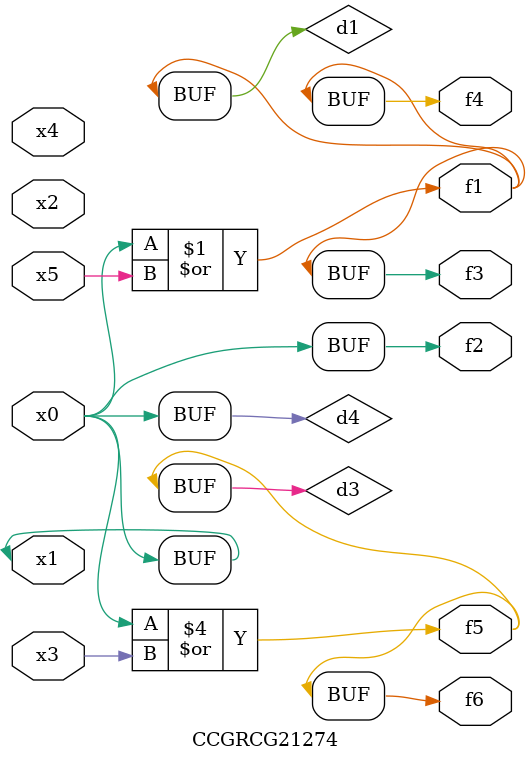
<source format=v>
module CCGRCG21274(
	input x0, x1, x2, x3, x4, x5,
	output f1, f2, f3, f4, f5, f6
);

	wire d1, d2, d3, d4;

	or (d1, x0, x5);
	xnor (d2, x1, x4);
	or (d3, x0, x3);
	buf (d4, x0, x1);
	assign f1 = d1;
	assign f2 = d4;
	assign f3 = d1;
	assign f4 = d1;
	assign f5 = d3;
	assign f6 = d3;
endmodule

</source>
